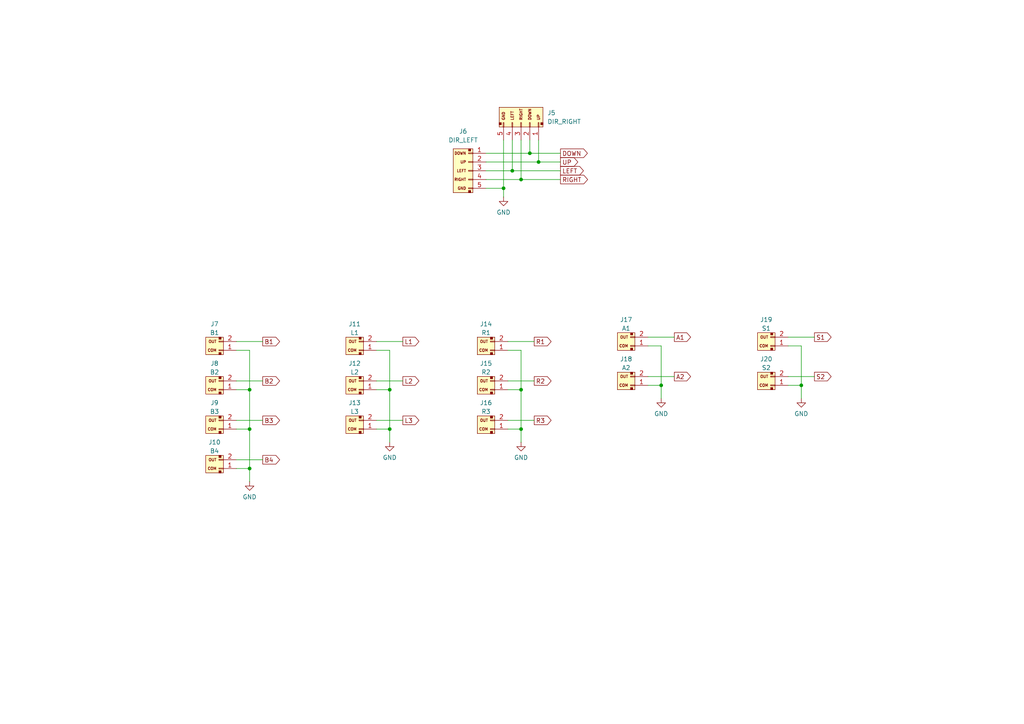
<source format=kicad_sch>
(kicad_sch (version 20231120) (generator "eeschema") (generator_version "8.0")
  (paper "A4")
  (lib_symbols
    (symbol "arcade:DIR" (pin_names (offset 1.016) hide)
      (property "Reference" "J" (at 0 7.62 0))
      (property "Value" "DIR" (at 0 -7.62 0))
      (symbol "DIR_0_1"
        (rectangle (start -0.635 6.35) (end 0 5.715) (fill (type outline)))
        (rectangle (start 0 -6.35) (end -0.635 -5.715) (fill (type outline)))
      )
      (symbol "DIR_1_1"
        (rectangle (start -1.27 -4.953) (end 0 -5.207) (stroke (width 0.1524)))
        (rectangle (start -1.27 -2.413) (end 0 -2.667) (stroke (width 0.1524)))
        (rectangle (start -1.27 0.127) (end 0 -0.127) (stroke (width 0.1524)))
        (rectangle (start -1.27 2.667) (end 0 2.413) (stroke (width 0.1524)))
        (rectangle (start -1.27 5.207) (end 0 4.953) (stroke (width 0.1524)))
        (rectangle (start -1.27 6.35) (end 4.445 -6.35) (fill (type background)))
        (text "DOWN" (at 0.635 -2.54 0) (effects (font (size 0.7874 0.7874)) (justify left)))
        (text "GND" (at 0.635 5.08 0) (effects (font (size 0.7874 0.7874)) (justify left)))
        (text "LEFT" (at 0.635 2.54 0) (effects (font (size 0.7874 0.7874)) (justify left)))
        (text "RIGHT" (at 0.635 0 0) (effects (font (size 0.7874 0.7874)) (justify left)))
        (text "UP" (at 0.635 -5.08 0) (effects (font (size 0.7874 0.7874)) (justify left)))
        (pin passive line (at -5.08 -5.08 0) (length 3.81) (name "Pin_1") (number "1"))
        (pin passive line (at -5.08 -2.54 0) (length 3.81) (name "Pin_2") (number "2"))
        (pin passive line (at -5.08 0 0) (length 3.81) (name "Pin_3") (number "3"))
        (pin passive line (at -5.08 2.54 0) (length 3.81) (name "Pin_4") (number "4"))
        (pin power_in line (at -5.08 5.08 0) (length 3.81) (name "Pin_5") (number "5"))
      )
    )
    (symbol "arcade:DIR_REV" (pin_names (offset 1.016) hide)
      (property "Reference" "J" (at 0 7.62 0))
      (property "Value" "DIR_REV" (at 0 -7.62 0))
      (symbol "DIR_REV_0_1"
        (rectangle (start -0.635 6.35) (end 0 5.715) (fill (type outline)))
        (rectangle (start 0 -6.35) (end -0.635 -5.715) (fill (type outline)))
      )
      (symbol "DIR_REV_1_1"
        (rectangle (start -1.27 -4.953) (end 0 -5.207) (stroke (width 0.1524)))
        (rectangle (start -1.27 -2.413) (end 0 -2.667) (stroke (width 0.1524)))
        (rectangle (start -1.27 0.127) (end 0 -0.127) (stroke (width 0.1524)))
        (rectangle (start -1.27 2.667) (end 0 2.413) (stroke (width 0.1524)))
        (rectangle (start -1.27 5.207) (end 0 4.953) (stroke (width 0.1524)))
        (rectangle (start -1.27 6.35) (end 4.445 -6.35) (fill (type background)))
        (text "DOWN" (at 0.635 -5.08 0) (effects (font (size 0.7874 0.7874)) (justify left)))
        (text "GND" (at 0.635 5.08 0) (effects (font (size 0.7874 0.7874)) (justify left)))
        (text "LEFT" (at 0.635 0 0) (effects (font (size 0.7874 0.7874)) (justify left)))
        (text "RIGHT" (at 0.635 2.54 0) (effects (font (size 0.7874 0.7874)) (justify left)))
        (text "UP" (at 0.635 -2.54 0) (effects (font (size 0.7874 0.7874)) (justify left)))
        (pin passive line (at -5.08 -5.08 0) (length 3.81) (name "Pin_1") (number "1"))
        (pin passive line (at -5.08 -2.54 0) (length 3.81) (name "Pin_2") (number "2"))
        (pin passive line (at -5.08 0 0) (length 3.81) (name "Pin_3") (number "3"))
        (pin passive line (at -5.08 2.54 0) (length 3.81) (name "Pin_4") (number "4"))
        (pin power_in line (at -5.08 5.08 0) (length 3.81) (name "Pin_5") (number "5"))
      )
    )
    (symbol "arcade:SWITCH" (pin_names (offset 1.016) hide)
      (property "Reference" "J" (at 0 3.81 0))
      (property "Value" "SWITCH" (at 0 -3.81 0))
      (symbol "SWITCH_0_1"
        (rectangle (start -1.905 2.54) (end -1.27 1.905) (fill (type outline)))
        (rectangle (start -1.27 -2.54) (end -1.905 -1.905) (fill (type outline)))
      )
      (symbol "SWITCH_1_1"
        (rectangle (start -2.54 -1.143) (end -1.27 -1.397) (stroke (width 0.1524)))
        (rectangle (start -2.54 1.397) (end -1.27 1.143) (stroke (width 0.1524)))
        (rectangle (start -2.54 2.54) (end 2.54 -2.54) (fill (type background)))
        (text "COM" (at -0.635 -1.27 0) (effects (font (size 0.7874 0.7874)) (justify left)))
        (text "OUT" (at -0.635 1.27 0) (effects (font (size 0.7874 0.7874)) (justify left)))
        (pin passive line (at -6.35 -1.27 0) (length 3.81) (name "Pin_1") (number "1"))
        (pin passive line (at -6.35 1.27 0) (length 3.81) (name "Pin_2") (number "2"))
      )
    )
    (symbol "power:GND" (power) (pin_numbers hide) (pin_names (offset 0) hide)
      (property "Value" "GND" (at 0 -3.81 0))
      (symbol "GND_0_1"
        (polyline (pts (xy 0 0) (xy 0 -1.27) (xy 1.27 -1.27) (xy 0 -2.54) (xy -1.27 -1.27) (xy 0 -1.27)))
      )
      (symbol "GND_1_1"
        (pin power_in line (at 0 0 270) (length 0) (name "~") (number "1"))
      )
    )
  )
  (junction (at 151.13 124.46))
  (junction (at 151.13 113.03))
  (junction (at 153.67 44.45))
  (junction (at 151.13 52.07))
  (junction (at 113.03 113.03))
  (junction (at 72.39 124.46))
  (junction (at 72.39 135.89))
  (junction (at 232.41 111.76))
  (junction (at 146.05 54.61))
  (junction (at 191.77 111.76))
  (junction (at 148.59 49.53))
  (junction (at 156.21 46.99))
  (junction (at 113.03 124.46))
  (junction (at 72.39 113.03))
  (wire (pts (xy 146.05 54.61) (xy 146.05 57.15)))
  (wire (pts (xy 113.03 101.6) (xy 113.03 113.03)))
  (wire (pts (xy 68.58 133.35) (xy 76.2 133.35)))
  (wire (pts (xy 68.58 135.89) (xy 72.39 135.89)))
  (wire (pts (xy 187.96 97.79) (xy 195.58 97.79)))
  (wire (pts (xy 109.22 101.6) (xy 113.03 101.6)))
  (wire (pts (xy 151.13 52.07) (xy 162.56 52.07)))
  (wire (pts (xy 68.58 121.92) (xy 76.2 121.92)))
  (wire (pts (xy 151.13 52.07) (xy 151.13 40.64)))
  (wire (pts (xy 148.59 49.53) (xy 162.56 49.53)))
  (wire (pts (xy 140.97 52.07) (xy 151.13 52.07)))
  (wire (pts (xy 147.32 101.6) (xy 151.13 101.6)))
  (wire (pts (xy 228.6 111.76) (xy 232.41 111.76)))
  (wire (pts (xy 113.03 113.03) (xy 113.03 124.46)))
  (wire (pts (xy 148.59 49.53) (xy 148.59 40.64)))
  (wire (pts (xy 232.41 111.76) (xy 232.41 115.57)))
  (wire (pts (xy 113.03 124.46) (xy 113.03 128.27)))
  (wire (pts (xy 147.32 113.03) (xy 151.13 113.03)))
  (wire (pts (xy 68.58 124.46) (xy 72.39 124.46)))
  (wire (pts (xy 72.39 113.03) (xy 72.39 124.46)))
  (wire (pts (xy 109.22 124.46) (xy 113.03 124.46)))
  (wire (pts (xy 228.6 97.79) (xy 236.22 97.79)))
  (wire (pts (xy 147.32 110.49) (xy 154.94 110.49)))
  (wire (pts (xy 187.96 109.22) (xy 195.58 109.22)))
  (wire (pts (xy 228.6 109.22) (xy 236.22 109.22)))
  (wire (pts (xy 140.97 49.53) (xy 148.59 49.53)))
  (wire (pts (xy 187.96 100.33) (xy 191.77 100.33)))
  (wire (pts (xy 140.97 46.99) (xy 156.21 46.99)))
  (wire (pts (xy 151.13 113.03) (xy 151.13 124.46)))
  (wire (pts (xy 153.67 44.45) (xy 162.56 44.45)))
  (wire (pts (xy 68.58 99.06) (xy 76.2 99.06)))
  (wire (pts (xy 109.22 110.49) (xy 116.84 110.49)))
  (wire (pts (xy 146.05 54.61) (xy 140.97 54.61)))
  (wire (pts (xy 68.58 110.49) (xy 76.2 110.49)))
  (wire (pts (xy 147.32 124.46) (xy 151.13 124.46)))
  (wire (pts (xy 147.32 121.92) (xy 154.94 121.92)))
  (wire (pts (xy 151.13 124.46) (xy 151.13 128.27)))
  (wire (pts (xy 68.58 101.6) (xy 72.39 101.6)))
  (wire (pts (xy 153.67 40.64) (xy 153.67 44.45)))
  (wire (pts (xy 109.22 113.03) (xy 113.03 113.03)))
  (wire (pts (xy 191.77 100.33) (xy 191.77 111.76)))
  (wire (pts (xy 140.97 44.45) (xy 153.67 44.45)))
  (wire (pts (xy 228.6 100.33) (xy 232.41 100.33)))
  (wire (pts (xy 109.22 121.92) (xy 116.84 121.92)))
  (wire (pts (xy 191.77 111.76) (xy 191.77 115.57)))
  (wire (pts (xy 72.39 124.46) (xy 72.39 135.89)))
  (wire (pts (xy 72.39 101.6) (xy 72.39 113.03)))
  (wire (pts (xy 156.21 46.99) (xy 162.56 46.99)))
  (wire (pts (xy 232.41 100.33) (xy 232.41 111.76)))
  (wire (pts (xy 109.22 99.06) (xy 116.84 99.06)))
  (wire (pts (xy 146.05 40.64) (xy 146.05 54.61)))
  (wire (pts (xy 156.21 46.99) (xy 156.21 40.64)))
  (wire (pts (xy 187.96 111.76) (xy 191.77 111.76)))
  (wire (pts (xy 72.39 135.89) (xy 72.39 139.7)))
  (wire (pts (xy 151.13 101.6) (xy 151.13 113.03)))
  (wire (pts (xy 147.32 99.06) (xy 154.94 99.06)))
  (wire (pts (xy 68.58 113.03) (xy 72.39 113.03)))
  (global_label "B4" (shape output) (at 76.2 133.35 0) (property "Intersheetrefs" "${INTERSHEET_REFS}" (effects (hide yes))))
  (global_label "B1" (shape output) (at 76.2 99.06 0) (property "Intersheetrefs" "${INTERSHEET_REFS}" (effects (hide yes))))
  (global_label "L1" (shape output) (at 116.84 99.06 0) (property "Intersheetrefs" "${INTERSHEET_REFS}" (effects (hide yes))))
  (global_label "R1" (shape output) (at 154.94 99.06 0) (property "Intersheetrefs" "${INTERSHEET_REFS}" (effects (hide yes))))
  (global_label "DOWN" (shape output) (at 162.56 44.45 0) (property "Intersheetrefs" "${INTERSHEET_REFS}" (effects (hide yes))))
  (global_label "R2" (shape output) (at 154.94 110.49 0) (property "Intersheetrefs" "${INTERSHEET_REFS}" (effects (hide yes))))
  (global_label "A2" (shape output) (at 195.58 109.22 0) (property "Intersheetrefs" "${INTERSHEET_REFS}" (effects (hide yes))))
  (global_label "S2" (shape output) (at 236.22 109.22 0) (property "Intersheetrefs" "${INTERSHEET_REFS}" (effects (hide yes))))
  (global_label "B3" (shape output) (at 76.2 121.92 0) (property "Intersheetrefs" "${INTERSHEET_REFS}" (effects (hide yes))))
  (global_label "L3" (shape output) (at 116.84 121.92 0) (property "Intersheetrefs" "${INTERSHEET_REFS}" (effects (hide yes))))
  (global_label "L2" (shape output) (at 116.84 110.49 0) (property "Intersheetrefs" "${INTERSHEET_REFS}" (effects (hide yes))))
  (global_label "RIGHT" (shape output) (at 162.56 52.07 0) (property "Intersheetrefs" "${INTERSHEET_REFS}" (effects (hide yes))))
  (global_label "S1" (shape output) (at 236.22 97.79 0) (property "Intersheetrefs" "${INTERSHEET_REFS}" (effects (hide yes))))
  (global_label "B2" (shape output) (at 76.2 110.49 0) (property "Intersheetrefs" "${INTERSHEET_REFS}" (effects (hide yes))))
  (global_label "UP" (shape output) (at 162.56 46.99 0) (property "Intersheetrefs" "${INTERSHEET_REFS}" (effects (hide yes))))
  (global_label "R3" (shape output) (at 154.94 121.92 0) (property "Intersheetrefs" "${INTERSHEET_REFS}" (effects (hide yes))))
  (global_label "LEFT" (shape output) (at 162.56 49.53 0) (property "Intersheetrefs" "${INTERSHEET_REFS}" (effects (hide yes))))
  (global_label "A1" (shape output) (at 195.58 97.79 0) (property "Intersheetrefs" "${INTERSHEET_REFS}" (effects (hide yes))))
  (symbol (lib_id "arcade:SWITCH") (at 62.23 134.62 0) (mirror y) (unit 1)
    (property "Reference" "J10" (at 62.23 128.27 0))
    (property "Value" "B4" (at 62.23 130.81 0))
    (property "Footprint" "Connector_JST:JST_XH_B2B-XH-A_1x02_P2.50mm_Vertical" (effects (hide yes)))
    (property "Description" "Generic connector, single row, 01x05, script generated (kicad-library-utils/schlib/autogen/connector/)" (effects (hide yes)))
  )
  (symbol (lib_id "arcade:DIR_REV") (at 135.89 49.53 180) (unit 1)
    (property "Reference" "J6" (at 134.3406 38.1 0))
    (property "Value" "DIR_LEFT" (at 134.3406 40.64 0))
    (property "Footprint" "Connector_JST:JST_XH_B5B-XH-A_1x05_P2.50mm_Vertical" (effects (hide yes)))
    (property "Description" "Generic connector, single row, 01x05, script generated (kicad-library-utils/schlib/autogen/connector/)" (effects (hide yes)))
  )
  (symbol (lib_id "arcade:SWITCH") (at 140.97 123.19 0) (mirror y) (unit 1)
    (property "Reference" "J16" (at 140.97 116.84 0))
    (property "Value" "R3" (at 140.97 119.38 0))
    (property "Footprint" "Connector_JST:JST_XH_B2B-XH-A_1x02_P2.50mm_Vertical" (effects (hide yes)))
    (property "Description" "Generic connector, single row, 01x05, script generated (kicad-library-utils/schlib/autogen/connector/)" (effects (hide yes)))
  )
  (symbol (lib_id "power:GND") (at 232.41 115.57 0) (unit 1)
    (property "Reference" "#PWR026" (effects (hide yes)))
    (property "Value" "GND" (at 232.41 120.015 0))
    (property "Description" "Power symbol creates a global label with name \"GND\" , ground" (effects (hide yes)))
  )
  (symbol (lib_id "power:GND") (at 113.03 128.27 0) (unit 1)
    (property "Reference" "#PWR023" (effects (hide yes)))
    (property "Value" "GND" (at 113.03 132.715 0))
    (property "Description" "Power symbol creates a global label with name \"GND\" , ground" (effects (hide yes)))
  )
  (symbol (lib_id "power:GND") (at 151.13 128.27 0) (unit 1)
    (property "Reference" "#PWR024" (effects (hide yes)))
    (property "Value" "GND" (at 151.13 132.715 0))
    (property "Description" "Power symbol creates a global label with name \"GND\" , ground" (effects (hide yes)))
  )
  (symbol (lib_id "arcade:SWITCH") (at 62.23 123.19 0) (mirror y) (unit 1)
    (property "Reference" "J9" (at 62.23 116.84 0))
    (property "Value" "B3" (at 62.23 119.38 0))
    (property "Footprint" "Connector_JST:JST_XH_B2B-XH-A_1x02_P2.50mm_Vertical" (effects (hide yes)))
    (property "Description" "Generic connector, single row, 01x05, script generated (kicad-library-utils/schlib/autogen/connector/)" (effects (hide yes)))
  )
  (symbol (lib_id "arcade:SWITCH") (at 222.25 99.06 0) (mirror y) (unit 1)
    (property "Reference" "J19" (at 222.25 92.71 0))
    (property "Value" "S1" (at 222.25 95.25 0))
    (property "Footprint" "Connector_JST:JST_XH_B2B-XH-A_1x02_P2.50mm_Vertical" (effects (hide yes)))
    (property "Description" "Generic connector, single row, 01x05, script generated (kicad-library-utils/schlib/autogen/connector/)" (effects (hide yes)))
  )
  (symbol (lib_id "arcade:SWITCH") (at 140.97 111.76 0) (mirror y) (unit 1)
    (property "Reference" "J15" (at 140.97 105.41 0))
    (property "Value" "R2" (at 140.97 107.95 0))
    (property "Footprint" "Connector_JST:JST_XH_B2B-XH-A_1x02_P2.50mm_Vertical" (effects (hide yes)))
    (property "Description" "Generic connector, single row, 01x05, script generated (kicad-library-utils/schlib/autogen/connector/)" (effects (hide yes)))
  )
  (symbol (lib_id "arcade:SWITCH") (at 222.25 110.49 0) (mirror y) (unit 1)
    (property "Reference" "J20" (at 222.25 104.14 0))
    (property "Value" "S2" (at 222.25 106.68 0))
    (property "Footprint" "Connector_JST:JST_XH_B2B-XH-A_1x02_P2.50mm_Vertical" (effects (hide yes)))
    (property "Description" "Generic connector, single row, 01x05, script generated (kicad-library-utils/schlib/autogen/connector/)" (effects (hide yes)))
  )
  (symbol (lib_id "arcade:DIR") (at 151.13 35.56 90) (unit 1)
    (property "Reference" "J5" (at 158.75 32.7405 90) (effects (justify right)))
    (property "Value" "DIR_RIGHT" (at 158.75 35.2805 90) (effects (justify right)))
    (property "Footprint" "Connector_JST:JST_XH_B5B-XH-A_1x05_P2.50mm_Vertical" (effects (hide yes)))
    (property "Description" "Generic connector, single row, 01x05, script generated (kicad-library-utils/schlib/autogen/connector/)" (effects (hide yes)))
  )
  (symbol (lib_id "arcade:SWITCH") (at 181.61 99.06 0) (mirror y) (unit 1)
    (property "Reference" "J17" (at 181.61 92.71 0))
    (property "Value" "A1" (at 181.61 95.25 0))
    (property "Footprint" "Connector_JST:JST_XH_B2B-XH-A_1x02_P2.50mm_Vertical" (effects (hide yes)))
    (property "Description" "Generic connector, single row, 01x05, script generated (kicad-library-utils/schlib/autogen/connector/)" (effects (hide yes)))
  )
  (symbol (lib_id "arcade:SWITCH") (at 102.87 123.19 0) (mirror y) (unit 1)
    (property "Reference" "J13" (at 102.87 116.84 0))
    (property "Value" "L3" (at 102.87 119.38 0))
    (property "Footprint" "Connector_JST:JST_XH_B2B-XH-A_1x02_P2.50mm_Vertical" (effects (hide yes)))
    (property "Description" "Generic connector, single row, 01x05, script generated (kicad-library-utils/schlib/autogen/connector/)" (effects (hide yes)))
  )
  (symbol (lib_id "power:GND") (at 72.39 139.7 0) (unit 1)
    (property "Reference" "#PWR022" (effects (hide yes)))
    (property "Value" "GND" (at 72.39 144.145 0))
    (property "Description" "Power symbol creates a global label with name \"GND\" , ground" (effects (hide yes)))
  )
  (symbol (lib_id "arcade:SWITCH") (at 62.23 111.76 0) (mirror y) (unit 1)
    (property "Reference" "J8" (at 62.23 105.41 0))
    (property "Value" "B2" (at 62.23 107.95 0))
    (property "Footprint" "Connector_JST:JST_XH_B2B-XH-A_1x02_P2.50mm_Vertical" (effects (hide yes)))
    (property "Description" "Generic connector, single row, 01x05, script generated (kicad-library-utils/schlib/autogen/connector/)" (effects (hide yes)))
  )
  (symbol (lib_id "arcade:SWITCH") (at 62.23 100.33 0) (mirror y) (unit 1)
    (property "Reference" "J7" (at 62.23 93.98 0))
    (property "Value" "B1" (at 62.23 96.52 0))
    (property "Footprint" "Connector_JST:JST_XH_B2B-XH-A_1x02_P2.50mm_Vertical" (effects (hide yes)))
    (property "Description" "Generic connector, single row, 01x05, script generated (kicad-library-utils/schlib/autogen/connector/)" (effects (hide yes)))
  )
  (symbol (lib_id "arcade:SWITCH") (at 102.87 100.33 0) (mirror y) (unit 1)
    (property "Reference" "J11" (at 102.87 93.98 0))
    (property "Value" "L1" (at 102.87 96.52 0))
    (property "Footprint" "Connector_JST:JST_XH_B2B-XH-A_1x02_P2.50mm_Vertical" (effects (hide yes)))
    (property "Description" "Generic connector, single row, 01x05, script generated (kicad-library-utils/schlib/autogen/connector/)" (effects (hide yes)))
  )
  (symbol (lib_id "arcade:SWITCH") (at 140.97 100.33 0) (mirror y) (unit 1)
    (property "Reference" "J14" (at 140.97 93.98 0))
    (property "Value" "R1" (at 140.97 96.52 0))
    (property "Footprint" "Connector_JST:JST_XH_B2B-XH-A_1x02_P2.50mm_Vertical" (effects (hide yes)))
    (property "Description" "Generic connector, single row, 01x05, script generated (kicad-library-utils/schlib/autogen/connector/)" (effects (hide yes)))
  )
  (symbol (lib_id "arcade:SWITCH") (at 102.87 111.76 0) (mirror y) (unit 1)
    (property "Reference" "J12" (at 102.87 105.41 0))
    (property "Value" "L2" (at 102.87 107.95 0))
    (property "Footprint" "Connector_JST:JST_XH_B2B-XH-A_1x02_P2.50mm_Vertical" (effects (hide yes)))
    (property "Description" "Generic connector, single row, 01x05, script generated (kicad-library-utils/schlib/autogen/connector/)" (effects (hide yes)))
  )
  (symbol (lib_id "power:GND") (at 191.77 115.57 0) (unit 1)
    (property "Reference" "#PWR025" (effects (hide yes)))
    (property "Value" "GND" (at 191.77 120.015 0))
    (property "Description" "Power symbol creates a global label with name \"GND\" , ground" (effects (hide yes)))
  )
  (symbol (lib_id "arcade:SWITCH") (at 181.61 110.49 0) (mirror y) (unit 1)
    (property "Reference" "J18" (at 181.61 104.14 0))
    (property "Value" "A2" (at 181.61 106.68 0))
    (property "Footprint" "Connector_JST:JST_XH_B2B-XH-A_1x02_P2.50mm_Vertical" (effects (hide yes)))
    (property "Description" "Generic connector, single row, 01x05, script generated (kicad-library-utils/schlib/autogen/connector/)" (effects (hide yes)))
  )
  (symbol (lib_id "power:GND") (at 146.05 57.15 0) (unit 1)
    (property "Reference" "#PWR021" (effects (hide yes)))
    (property "Value" "GND" (at 146.05 61.595 0))
    (property "Description" "Power symbol creates a global label with name \"GND\" , ground" (effects (hide yes)))
  )
)
</source>
